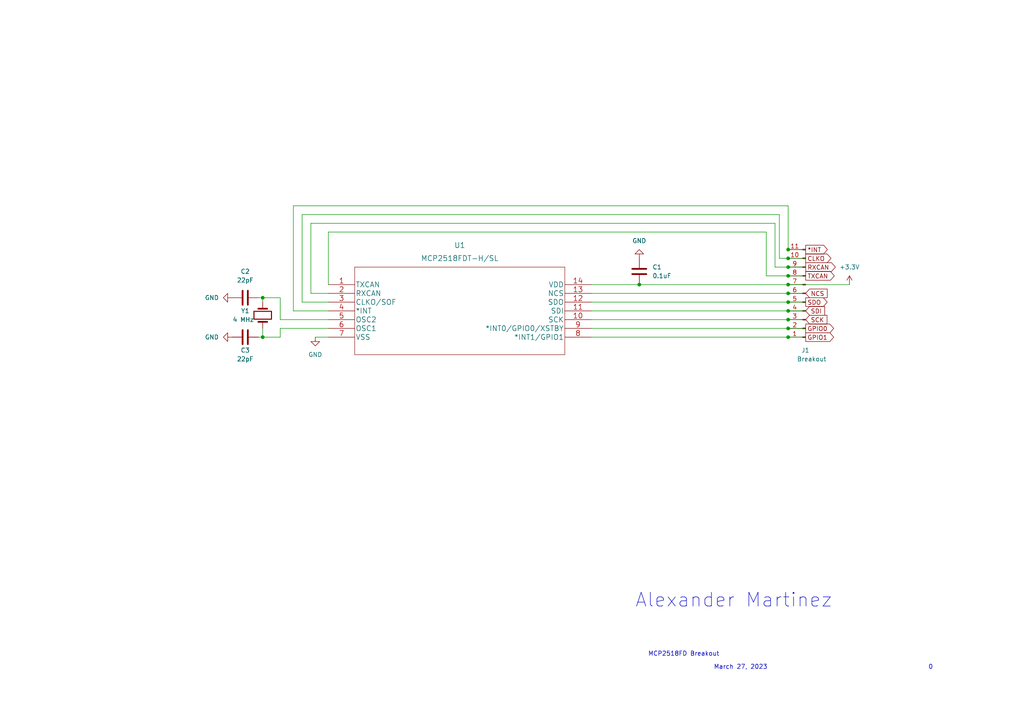
<source format=kicad_sch>
(kicad_sch (version 20211123) (generator eeschema)
  (paper "A4")
  (lib_symbols
    (symbol "Connector:Conn_01x11_Male" (pin_names (offset 1.016) hide)
      (property "Reference" "J" (at 0 15.24 0))
      (property "Value" "Conn_01x11_Male" (at 0 -15.24 0))
      (symbol "Conn_01x11_Male_1_1"
        (polyline (pts (xy 1.27 -12.7) (xy 0.8636 -12.7)) (stroke (width 0.1524)))
        (polyline (pts (xy 1.27 -10.16) (xy 0.8636 -10.16)) (stroke (width 0.1524)))
        (polyline (pts (xy 1.27 -7.62) (xy 0.8636 -7.62)) (stroke (width 0.1524)))
        (polyline (pts (xy 1.27 -5.08) (xy 0.8636 -5.08)) (stroke (width 0.1524)))
        (polyline (pts (xy 1.27 -2.54) (xy 0.8636 -2.54)) (stroke (width 0.1524)))
        (polyline (pts (xy 1.27 0) (xy 0.8636 0)) (stroke (width 0.1524)))
        (polyline (pts (xy 1.27 2.54) (xy 0.8636 2.54)) (stroke (width 0.1524)))
        (polyline (pts (xy 1.27 5.08) (xy 0.8636 5.08)) (stroke (width 0.1524)))
        (polyline (pts (xy 1.27 7.62) (xy 0.8636 7.62)) (stroke (width 0.1524)))
        (polyline (pts (xy 1.27 10.16) (xy 0.8636 10.16)) (stroke (width 0.1524)))
        (polyline (pts (xy 1.27 12.7) (xy 0.8636 12.7)) (stroke (width 0.1524)))
        (rectangle (start 0.8636 -12.573) (end 0 -12.827) (stroke (width 0.1524)) (fill (type outline)))
        (rectangle (start 0.8636 -10.033) (end 0 -10.287) (stroke (width 0.1524)) (fill (type outline)))
        (rectangle (start 0.8636 -7.493) (end 0 -7.747) (stroke (width 0.1524)) (fill (type outline)))
        (rectangle (start 0.8636 -4.953) (end 0 -5.207) (stroke (width 0.1524)) (fill (type outline)))
        (rectangle (start 0.8636 -2.413) (end 0 -2.667) (stroke (width 0.1524)) (fill (type outline)))
        (rectangle (start 0.8636 0.127) (end 0 -0.127) (stroke (width 0.1524)) (fill (type outline)))
        (rectangle (start 0.8636 2.667) (end 0 2.413) (stroke (width 0.1524)) (fill (type outline)))
        (rectangle (start 0.8636 5.207) (end 0 4.953) (stroke (width 0.1524)) (fill (type outline)))
        (rectangle (start 0.8636 7.747) (end 0 7.493) (stroke (width 0.1524)) (fill (type outline)))
        (rectangle (start 0.8636 10.287) (end 0 10.033) (stroke (width 0.1524)) (fill (type outline)))
        (rectangle (start 0.8636 12.827) (end 0 12.573) (stroke (width 0.1524)) (fill (type outline)))
        (pin passive line (at 5.08 12.7 180) (length 3.81) (name "Pin_1") (number "1"))
        (pin passive line (at 5.08 -10.16 180) (length 3.81) (name "Pin_10") (number "10"))
        (pin passive line (at 5.08 -12.7 180) (length 3.81) (name "Pin_11") (number "11"))
        (pin passive line (at 5.08 10.16 180) (length 3.81) (name "Pin_2") (number "2"))
        (pin passive line (at 5.08 7.62 180) (length 3.81) (name "Pin_3") (number "3"))
        (pin passive line (at 5.08 5.08 180) (length 3.81) (name "Pin_4") (number "4"))
        (pin passive line (at 5.08 2.54 180) (length 3.81) (name "Pin_5") (number "5"))
        (pin passive line (at 5.08 0 180) (length 3.81) (name "Pin_6") (number "6"))
        (pin passive line (at 5.08 -2.54 180) (length 3.81) (name "Pin_7") (number "7"))
        (pin passive line (at 5.08 -5.08 180) (length 3.81) (name "Pin_8") (number "8"))
        (pin passive line (at 5.08 -7.62 180) (length 3.81) (name "Pin_9") (number "9"))
      )
    )
    (symbol "Device:C" (pin_numbers hide) (pin_names (offset 0.254))
      (property "Reference" "C" (at 0.635 2.54 0))
      (property "Value" "C" (at 0.635 -2.54 0))
      (symbol "C_0_1"
        (polyline (pts (xy -2.032 -0.762) (xy 2.032 -0.762)) (stroke (width 0.508)))
        (polyline (pts (xy -2.032 0.762) (xy 2.032 0.762)) (stroke (width 0.508)))
      )
      (symbol "C_1_1"
        (pin passive line (at 0 3.81 270) (length 2.794) (name "~") (number "1"))
        (pin passive line (at 0 -3.81 90) (length 2.794) (name "~") (number "2"))
      )
    )
    (symbol "Device:Crystal" (pin_numbers hide) (pin_names (offset 1.016) hide)
      (property "Reference" "Y" (at 0 3.81 0))
      (property "Value" "Crystal" (at 0 -3.81 0))
      (symbol "Crystal_0_1"
        (rectangle (start -1.143 2.54) (end 1.143 -2.54) (stroke (width 0.3048)))
        (polyline (pts (xy -2.54 0) (xy -1.905 0)))
        (polyline (pts (xy -1.905 -1.27) (xy -1.905 1.27)) (stroke (width 0.508)))
        (polyline (pts (xy 1.905 -1.27) (xy 1.905 1.27)) (stroke (width 0.508)))
        (polyline (pts (xy 2.54 0) (xy 1.905 0)))
      )
      (symbol "Crystal_1_1"
        (pin passive line (at -3.81 0 0) (length 1.27) (name "1") (number "1"))
        (pin passive line (at 3.81 0 180) (length 1.27) (name "2") (number "2"))
      )
    )
    (symbol "MCP2518FD -H{slash}SL:MCP2518FDT-H{slash}SL" (pin_names (offset 0.254))
      (property "Reference" "U" (at 38.1 10.16 0))
      (property "Value" "MCP2518FDT-H{slash}SL" (at 38.1 7.62 0))
      (symbol "MCP2518FDT-H{slash}SL_1_1"
        (polyline (pts (xy 7.62 -20.32) (xy 68.58 -20.32)) (stroke (width 0.127)))
        (polyline (pts (xy 7.62 5.08) (xy 7.62 -20.32)) (stroke (width 0.127)))
        (polyline (pts (xy 68.58 -20.32) (xy 68.58 5.08)) (stroke (width 0.127)))
        (polyline (pts (xy 68.58 5.08) (xy 7.62 5.08)) (stroke (width 0.127)))
        (pin output line (at 0 0 0) (length 7.62) (name "TXCAN") (number "1"))
        (pin input line (at 76.2 -10.16 180) (length 7.62) (name "SCK") (number "10"))
        (pin input line (at 76.2 -7.62 180) (length 7.62) (name "SDI") (number "11"))
        (pin output line (at 76.2 -5.08 180) (length 7.62) (name "SDO") (number "12"))
        (pin input line (at 76.2 -2.54 180) (length 7.62) (name "NCS") (number "13"))
        (pin power_in line (at 76.2 0 180) (length 7.62) (name "VDD") (number "14"))
        (pin input line (at 0 -2.54 0) (length 7.62) (name "RXCAN") (number "2"))
        (pin output line (at 0 -5.08 0) (length 7.62) (name "CLKO/SOF") (number "3"))
        (pin output line (at 0 -7.62 0) (length 7.62) (name "*INT") (number "4"))
        (pin output line (at 0 -10.16 0) (length 7.62) (name "OSC2") (number "5"))
        (pin input line (at 0 -12.7 0) (length 7.62) (name "OSC1") (number "6"))
        (pin power_in line (at 0 -15.24 0) (length 7.62) (name "VSS") (number "7"))
        (pin bidirectional line (at 76.2 -15.24 180) (length 7.62) (name "*INT1/GPIO1") (number "8"))
        (pin bidirectional line (at 76.2 -12.7 180) (length 7.62) (name "*INT0/GPIO0/XSTBY") (number "9"))
      )
    )
    (symbol "power:+3.3V" (power) (pin_names (offset 0))
      (property "Value" "+3.3V" (at 0 3.556 0))
      (symbol "+3.3V_0_1"
        (polyline (pts (xy -0.762 1.27) (xy 0 2.54)))
        (polyline (pts (xy 0 0) (xy 0 2.54)))
        (polyline (pts (xy 0 2.54) (xy 0.762 1.27)))
      )
      (symbol "+3.3V_1_1"
        (pin power_in line (at 0 0 90) (length 0) hide (name "+3.3V") (number "1"))
      )
    )
    (symbol "power:GND" (power) (pin_names (offset 0))
      (property "Value" "GND" (at 0 -3.81 0))
      (symbol "GND_0_1"
        (polyline (pts (xy 0 0) (xy 0 -1.27) (xy 1.27 -1.27) (xy 0 -2.54) (xy -1.27 -1.27) (xy 0 -1.27)))
      )
      (symbol "GND_1_1"
        (pin power_in line (at 0 0 270) (length 0) hide (name "GND") (number "1"))
      )
    )
  )
  (junction (at 228.6 85.09))
  (junction (at 228.6 87.63))
  (junction (at 228.6 74.93))
  (junction (at 228.6 97.79))
  (junction (at 185.42 82.55))
  (junction (at 228.6 82.55))
  (junction (at 76.2 97.79))
  (junction (at 228.6 72.39))
  (junction (at 228.6 90.17))
  (junction (at 228.6 95.25))
  (junction (at 228.6 80.01))
  (junction (at 228.6 77.47))
  (junction (at 76.2 86.36))
  (junction (at 228.6 92.71))
  (wire (pts (xy 171.45 87.63) (xy 228.6 87.63)))
  (wire (pts (xy 228.6 59.69) (xy 228.6 72.39)))
  (wire (pts (xy 228.6 82.55) (xy 246.38 82.55)))
  (wire (pts (xy 171.45 92.71) (xy 228.6 92.71)))
  (wire (pts (xy 228.6 77.47) (xy 233.68 77.47)))
  (wire (pts (xy 95.25 92.71) (xy 81.28 92.71)))
  (wire (pts (xy 76.2 86.36) (xy 74.93 86.36)))
  (wire (pts (xy 228.6 72.39) (xy 233.68 72.39)))
  (wire (pts (xy 95.25 95.25) (xy 81.28 95.25)))
  (wire (pts (xy 226.06 74.93) (xy 228.6 74.93)))
  (wire (pts (xy 81.28 95.25) (xy 81.28 97.79)))
  (wire (pts (xy 95.25 87.63) (xy 87.63 87.63)))
  (wire (pts (xy 76.2 86.36) (xy 76.2 87.63)))
  (wire (pts (xy 224.79 64.77) (xy 224.79 77.47)))
  (wire (pts (xy 91.44 97.79) (xy 95.25 97.79)))
  (wire (pts (xy 171.45 90.17) (xy 228.6 90.17)))
  (wire (pts (xy 76.2 95.25) (xy 76.2 97.79)))
  (wire (pts (xy 95.25 82.55) (xy 95.25 67.31)))
  (wire (pts (xy 171.45 85.09) (xy 228.6 85.09)))
  (wire (pts (xy 185.42 82.55) (xy 228.6 82.55)))
  (wire (pts (xy 85.09 90.17) (xy 85.09 59.69)))
  (wire (pts (xy 90.17 85.09) (xy 90.17 64.77)))
  (wire (pts (xy 222.25 67.31) (xy 222.25 80.01)))
  (wire (pts (xy 226.06 62.23) (xy 226.06 74.93)))
  (wire (pts (xy 95.25 90.17) (xy 85.09 90.17)))
  (wire (pts (xy 228.6 85.09) (xy 233.68 85.09)))
  (wire (pts (xy 228.6 74.93) (xy 233.68 74.93)))
  (wire (pts (xy 95.25 67.31) (xy 222.25 67.31)))
  (wire (pts (xy 222.25 80.01) (xy 228.6 80.01)))
  (wire (pts (xy 224.79 77.47) (xy 228.6 77.47)))
  (wire (pts (xy 87.63 87.63) (xy 87.63 62.23)))
  (wire (pts (xy 228.6 87.63) (xy 233.68 87.63)))
  (wire (pts (xy 228.6 90.17) (xy 233.68 90.17)))
  (wire (pts (xy 228.6 92.71) (xy 233.68 92.71)))
  (wire (pts (xy 171.45 97.79) (xy 228.6 97.79)))
  (wire (pts (xy 95.25 85.09) (xy 90.17 85.09)))
  (wire (pts (xy 76.2 97.79) (xy 81.28 97.79)))
  (wire (pts (xy 171.45 95.25) (xy 228.6 95.25)))
  (wire (pts (xy 74.93 97.79) (xy 76.2 97.79)))
  (wire (pts (xy 85.09 59.69) (xy 228.6 59.69)))
  (wire (pts (xy 228.6 97.79) (xy 233.68 97.79)))
  (wire (pts (xy 228.6 80.01) (xy 233.68 80.01)))
  (wire (pts (xy 87.63 62.23) (xy 226.06 62.23)))
  (wire (pts (xy 171.45 82.55) (xy 185.42 82.55)))
  (wire (pts (xy 81.28 86.36) (xy 76.2 86.36)))
  (wire (pts (xy 81.28 92.71) (xy 81.28 86.36)))
  (wire (pts (xy 90.17 64.77) (xy 224.79 64.77)))
  (wire (pts (xy 228.6 95.25) (xy 233.68 95.25)))
  (text "March 27, 2023\n" (at 207.01 194.31 0) (effects (font (size 1.27 1.27)) (justify left bottom)))
  (text "Alexander Martinez" (at 184.15 176.53 0) (effects (font (size 4 4)) (justify left bottom)))
  (text "0\n" (at 269.24 194.31 0) (effects (font (size 1.27 1.27)) (justify left bottom)))
  (text "MCP2518FD Breakout" (at 187.96 190.5 0) (effects (font (size 1.27 1.27)) (justify left bottom)))
  (global_label "SDO" (shape output) (at 233.68 87.63 0) (property "Intersheet References" "${INTERSHEET_REFS}" (effects hide)))
  (global_label "TXCAN" (shape output) (at 233.68 80.01 0) (property "Intersheet References" "${INTERSHEET_REFS}" (effects hide)))
  (global_label "GPIO1" (shape output) (at 233.68 97.79 0) (property "Intersheet References" "${INTERSHEET_REFS}" (effects hide)))
  (global_label "NCS" (shape input) (at 233.68 85.09 0) (property "Intersheet References" "${INTERSHEET_REFS}" (effects hide)))
  (global_label "CLKO" (shape output) (at 233.68 74.93 0) (property "Intersheet References" "${INTERSHEET_REFS}" (effects hide)))
  (global_label "GPIO0" (shape output) (at 233.68 95.25 0) (property "Intersheet References" "${INTERSHEET_REFS}" (effects hide)))
  (global_label "RXCAN" (shape output) (at 233.68 77.47 0) (property "Intersheet References" "${INTERSHEET_REFS}" (effects hide)))
  (global_label "SCK" (shape input) (at 233.68 92.71 0) (property "Intersheet References" "${INTERSHEET_REFS}" (effects hide)))
  (global_label "SDI" (shape input) (at 233.68 90.17 0) (property "Intersheet References" "${INTERSHEET_REFS}" (effects hide)))
  (global_label "*INT" (shape output) (at 233.68 72.39 0) (property "Intersheet References" "${INTERSHEET_REFS}" (effects hide)))
  (symbol (lib_id "power:GND") (at 91.44 97.79 0) (unit 1)
    (property "Reference" "#PWR0102" (effects hide))
    (property "Value" "GND" (at 91.44 102.87 0))
  )
  (symbol (lib_id "Connector:Conn_01x11_Male") (at 233.68 85.09 180) (unit 1)
    (property "Reference" "J1" (at 232.41 101.6 0) (effects (justify right)))
    (property "Value" "Breakout" (at 231.14 104.14 0) (effects (justify right)))
    (property "Footprint" "Connector_PinHeader_2.54mm:PinHeader_1x11_P2.54mm_Vertical" (effects hide))
  )
  (symbol (lib_id "MCP2518FD -H{slash}SL:MCP2518FDT-H{slash}SL") (at 95.25 82.55 0) (unit 1)
    (property "Reference" "U1" (at 133.35 71.12 0) (effects (font (size 1.524 1.524))))
    (property "Value" "MCP2518FDT-H/SL" (at 133.35 74.93 0) (effects (font (size 1.524 1.524))))
    (property "Footprint" "Breakout_library:14-SOIC" (effects hide))
  )
  (symbol (lib_id "Device:C") (at 185.42 78.74 0) (unit 1)
    (property "Reference" "C1" (at 189.23 77.4699 0) (effects (justify left)))
    (property "Value" "0.1uF" (at 189.23 80.0099 0) (effects (justify left)))
    (property "Footprint" "Capacitor_SMD:C_0603_1608Metric_Pad1.08x0.95mm_HandSolder" (effects hide))
  )
  (symbol (lib_id "power:+3.3V") (at 246.38 82.55 0) (unit 1)
    (property "Reference" "#PWR0105" (effects hide))
    (property "Value" "+3.3V" (at 246.38 77.47 0))
  )
  (symbol (lib_id "Device:C") (at 71.12 97.79 90) (unit 1)
    (property "Reference" "C3" (at 71.12 101.6 90))
    (property "Value" "22pF" (at 71.12 104.14 90))
    (property "Footprint" "Capacitor_SMD:C_0603_1608Metric_Pad1.08x0.95mm_HandSolder" (effects hide))
  )
  (symbol (lib_id "Device:C") (at 71.12 86.36 90) (unit 1)
    (property "Reference" "C2" (at 71.12 78.74 90))
    (property "Value" "22pF" (at 71.12 81.28 90))
    (property "Footprint" "Capacitor_SMD:C_0603_1608Metric_Pad1.08x0.95mm_HandSolder" (effects hide))
  )
  (symbol (lib_id "power:GND") (at 67.31 86.36 270) (unit 1)
    (property "Reference" "#PWR0101" (effects hide))
    (property "Value" "GND" (at 63.5 86.3599 90) (effects (justify right)))
  )
  (symbol (lib_id "Device:Crystal") (at 76.2 91.44 90) (unit 1)
    (property "Reference" "Y1" (at 72.39 90.17 90) (effects (justify left)))
    (property "Value" "4 MHz" (at 73.66 92.71 90) (effects (justify left)))
    (property "Footprint" "Breakout_library:HC-49US" (effects hide))
  )
  (symbol (lib_id "power:GND") (at 67.31 97.79 270) (unit 1)
    (property "Reference" "#PWR0103" (effects hide))
    (property "Value" "GND" (at 63.5 97.7899 90) (effects (justify right)))
  )
  (symbol (lib_id "power:GND") (at 185.42 74.93 180) (unit 1)
    (property "Reference" "#PWR0104" (effects hide))
    (property "Value" "GND" (at 185.42 69.85 0))
  )
)
</source>
